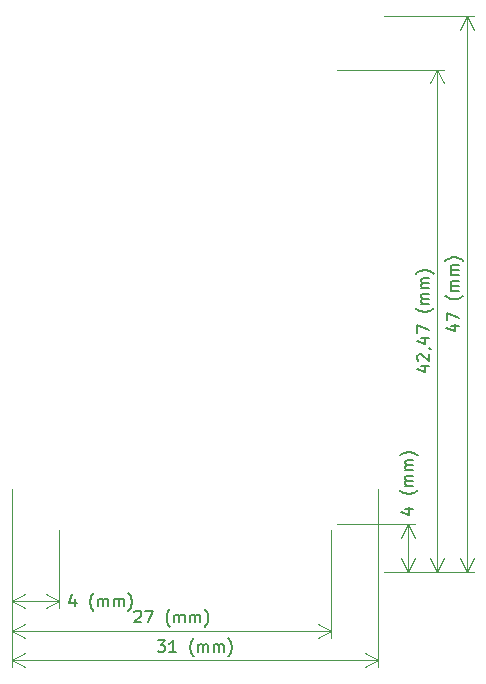
<source format=gbr>
%TF.GenerationSoftware,KiCad,Pcbnew,9.0.1-9.0.1-0~ubuntu24.04.1*%
%TF.CreationDate,2025-05-07T20:50:56+02:00*%
%TF.ProjectId,OOS - optyczny odbiornik sygnalow,4f4f5320-2d20-46f7-9074-79637a6e7920,0.0.3*%
%TF.SameCoordinates,Original*%
%TF.FileFunction,Other,User*%
%FSLAX46Y46*%
G04 Gerber Fmt 4.6, Leading zero omitted, Abs format (unit mm)*
G04 Created by KiCad (PCBNEW 9.0.1-9.0.1-0~ubuntu24.04.1) date 2025-05-07 20:50:56*
%MOMM*%
%LPD*%
G01*
G04 APERTURE LIST*
%ADD10C,0.150000*%
%ADD11C,0.100000*%
G04 APERTURE END LIST*
D10*
X206208152Y-114070476D02*
X206874819Y-114070476D01*
X205827200Y-114308571D02*
X206541485Y-114546666D01*
X206541485Y-114546666D02*
X206541485Y-113927619D01*
X207255771Y-112499047D02*
X207208152Y-112546666D01*
X207208152Y-112546666D02*
X207065295Y-112641904D01*
X207065295Y-112641904D02*
X206970057Y-112689523D01*
X206970057Y-112689523D02*
X206827200Y-112737142D01*
X206827200Y-112737142D02*
X206589104Y-112784761D01*
X206589104Y-112784761D02*
X206398628Y-112784761D01*
X206398628Y-112784761D02*
X206160533Y-112737142D01*
X206160533Y-112737142D02*
X206017676Y-112689523D01*
X206017676Y-112689523D02*
X205922438Y-112641904D01*
X205922438Y-112641904D02*
X205779580Y-112546666D01*
X205779580Y-112546666D02*
X205731961Y-112499047D01*
X206874819Y-112118094D02*
X206208152Y-112118094D01*
X206303390Y-112118094D02*
X206255771Y-112070475D01*
X206255771Y-112070475D02*
X206208152Y-111975237D01*
X206208152Y-111975237D02*
X206208152Y-111832380D01*
X206208152Y-111832380D02*
X206255771Y-111737142D01*
X206255771Y-111737142D02*
X206351009Y-111689523D01*
X206351009Y-111689523D02*
X206874819Y-111689523D01*
X206351009Y-111689523D02*
X206255771Y-111641904D01*
X206255771Y-111641904D02*
X206208152Y-111546666D01*
X206208152Y-111546666D02*
X206208152Y-111403809D01*
X206208152Y-111403809D02*
X206255771Y-111308570D01*
X206255771Y-111308570D02*
X206351009Y-111260951D01*
X206351009Y-111260951D02*
X206874819Y-111260951D01*
X206874819Y-110784761D02*
X206208152Y-110784761D01*
X206303390Y-110784761D02*
X206255771Y-110737142D01*
X206255771Y-110737142D02*
X206208152Y-110641904D01*
X206208152Y-110641904D02*
X206208152Y-110499047D01*
X206208152Y-110499047D02*
X206255771Y-110403809D01*
X206255771Y-110403809D02*
X206351009Y-110356190D01*
X206351009Y-110356190D02*
X206874819Y-110356190D01*
X206351009Y-110356190D02*
X206255771Y-110308571D01*
X206255771Y-110308571D02*
X206208152Y-110213333D01*
X206208152Y-110213333D02*
X206208152Y-110070476D01*
X206208152Y-110070476D02*
X206255771Y-109975237D01*
X206255771Y-109975237D02*
X206351009Y-109927618D01*
X206351009Y-109927618D02*
X206874819Y-109927618D01*
X207255771Y-109546666D02*
X207208152Y-109499047D01*
X207208152Y-109499047D02*
X207065295Y-109403809D01*
X207065295Y-109403809D02*
X206970057Y-109356190D01*
X206970057Y-109356190D02*
X206827200Y-109308571D01*
X206827200Y-109308571D02*
X206589104Y-109260952D01*
X206589104Y-109260952D02*
X206398628Y-109260952D01*
X206398628Y-109260952D02*
X206160533Y-109308571D01*
X206160533Y-109308571D02*
X206017676Y-109356190D01*
X206017676Y-109356190D02*
X205922438Y-109403809D01*
X205922438Y-109403809D02*
X205779580Y-109499047D01*
X205779580Y-109499047D02*
X205731961Y-109546666D01*
D11*
X204420000Y-119380000D02*
X207006420Y-119380000D01*
X207006420Y-115380000D02*
X200420000Y-115380000D01*
X206420000Y-119380000D02*
X206420000Y-115380000D01*
X206420000Y-119380000D02*
X205833579Y-118253496D01*
X206420000Y-119380000D02*
X207006421Y-118253496D01*
X206420000Y-115380000D02*
X207006421Y-116506504D01*
X206420000Y-115380000D02*
X205833579Y-116506504D01*
D10*
X207558152Y-102002142D02*
X208224819Y-102002142D01*
X207177200Y-102240237D02*
X207891485Y-102478332D01*
X207891485Y-102478332D02*
X207891485Y-101859285D01*
X207320057Y-101525951D02*
X207272438Y-101478332D01*
X207272438Y-101478332D02*
X207224819Y-101383094D01*
X207224819Y-101383094D02*
X207224819Y-101144999D01*
X207224819Y-101144999D02*
X207272438Y-101049761D01*
X207272438Y-101049761D02*
X207320057Y-101002142D01*
X207320057Y-101002142D02*
X207415295Y-100954523D01*
X207415295Y-100954523D02*
X207510533Y-100954523D01*
X207510533Y-100954523D02*
X207653390Y-101002142D01*
X207653390Y-101002142D02*
X208224819Y-101573570D01*
X208224819Y-101573570D02*
X208224819Y-100954523D01*
X208177200Y-100478332D02*
X208224819Y-100478332D01*
X208224819Y-100478332D02*
X208320057Y-100525951D01*
X208320057Y-100525951D02*
X208367676Y-100573570D01*
X207558152Y-99621190D02*
X208224819Y-99621190D01*
X207177200Y-99859285D02*
X207891485Y-100097380D01*
X207891485Y-100097380D02*
X207891485Y-99478333D01*
X207224819Y-99192618D02*
X207224819Y-98525952D01*
X207224819Y-98525952D02*
X208224819Y-98954523D01*
X208605771Y-97097380D02*
X208558152Y-97144999D01*
X208558152Y-97144999D02*
X208415295Y-97240237D01*
X208415295Y-97240237D02*
X208320057Y-97287856D01*
X208320057Y-97287856D02*
X208177200Y-97335475D01*
X208177200Y-97335475D02*
X207939104Y-97383094D01*
X207939104Y-97383094D02*
X207748628Y-97383094D01*
X207748628Y-97383094D02*
X207510533Y-97335475D01*
X207510533Y-97335475D02*
X207367676Y-97287856D01*
X207367676Y-97287856D02*
X207272438Y-97240237D01*
X207272438Y-97240237D02*
X207129580Y-97144999D01*
X207129580Y-97144999D02*
X207081961Y-97097380D01*
X208224819Y-96716427D02*
X207558152Y-96716427D01*
X207653390Y-96716427D02*
X207605771Y-96668808D01*
X207605771Y-96668808D02*
X207558152Y-96573570D01*
X207558152Y-96573570D02*
X207558152Y-96430713D01*
X207558152Y-96430713D02*
X207605771Y-96335475D01*
X207605771Y-96335475D02*
X207701009Y-96287856D01*
X207701009Y-96287856D02*
X208224819Y-96287856D01*
X207701009Y-96287856D02*
X207605771Y-96240237D01*
X207605771Y-96240237D02*
X207558152Y-96144999D01*
X207558152Y-96144999D02*
X207558152Y-96002142D01*
X207558152Y-96002142D02*
X207605771Y-95906903D01*
X207605771Y-95906903D02*
X207701009Y-95859284D01*
X207701009Y-95859284D02*
X208224819Y-95859284D01*
X208224819Y-95383094D02*
X207558152Y-95383094D01*
X207653390Y-95383094D02*
X207605771Y-95335475D01*
X207605771Y-95335475D02*
X207558152Y-95240237D01*
X207558152Y-95240237D02*
X207558152Y-95097380D01*
X207558152Y-95097380D02*
X207605771Y-95002142D01*
X207605771Y-95002142D02*
X207701009Y-94954523D01*
X207701009Y-94954523D02*
X208224819Y-94954523D01*
X207701009Y-94954523D02*
X207605771Y-94906904D01*
X207605771Y-94906904D02*
X207558152Y-94811666D01*
X207558152Y-94811666D02*
X207558152Y-94668809D01*
X207558152Y-94668809D02*
X207605771Y-94573570D01*
X207605771Y-94573570D02*
X207701009Y-94525951D01*
X207701009Y-94525951D02*
X208224819Y-94525951D01*
X208605771Y-94144999D02*
X208558152Y-94097380D01*
X208558152Y-94097380D02*
X208415295Y-94002142D01*
X208415295Y-94002142D02*
X208320057Y-93954523D01*
X208320057Y-93954523D02*
X208177200Y-93906904D01*
X208177200Y-93906904D02*
X207939104Y-93859285D01*
X207939104Y-93859285D02*
X207748628Y-93859285D01*
X207748628Y-93859285D02*
X207510533Y-93906904D01*
X207510533Y-93906904D02*
X207367676Y-93954523D01*
X207367676Y-93954523D02*
X207272438Y-94002142D01*
X207272438Y-94002142D02*
X207129580Y-94097380D01*
X207129580Y-94097380D02*
X207081961Y-94144999D01*
D11*
X204420000Y-119380000D02*
X209506420Y-119380000D01*
X209506420Y-76910000D02*
X200420000Y-76910000D01*
X208920000Y-119380000D02*
X208920000Y-76910000D01*
X208920000Y-119380000D02*
X208333579Y-118253496D01*
X208920000Y-119380000D02*
X209506421Y-118253496D01*
X208920000Y-76910000D02*
X209506421Y-78036504D01*
X208920000Y-76910000D02*
X208333579Y-78036504D01*
D10*
X183277143Y-122780057D02*
X183324762Y-122732438D01*
X183324762Y-122732438D02*
X183420000Y-122684819D01*
X183420000Y-122684819D02*
X183658095Y-122684819D01*
X183658095Y-122684819D02*
X183753333Y-122732438D01*
X183753333Y-122732438D02*
X183800952Y-122780057D01*
X183800952Y-122780057D02*
X183848571Y-122875295D01*
X183848571Y-122875295D02*
X183848571Y-122970533D01*
X183848571Y-122970533D02*
X183800952Y-123113390D01*
X183800952Y-123113390D02*
X183229524Y-123684819D01*
X183229524Y-123684819D02*
X183848571Y-123684819D01*
X184181905Y-122684819D02*
X184848571Y-122684819D01*
X184848571Y-122684819D02*
X184420000Y-123684819D01*
X186277143Y-124065771D02*
X186229524Y-124018152D01*
X186229524Y-124018152D02*
X186134286Y-123875295D01*
X186134286Y-123875295D02*
X186086667Y-123780057D01*
X186086667Y-123780057D02*
X186039048Y-123637200D01*
X186039048Y-123637200D02*
X185991429Y-123399104D01*
X185991429Y-123399104D02*
X185991429Y-123208628D01*
X185991429Y-123208628D02*
X186039048Y-122970533D01*
X186039048Y-122970533D02*
X186086667Y-122827676D01*
X186086667Y-122827676D02*
X186134286Y-122732438D01*
X186134286Y-122732438D02*
X186229524Y-122589580D01*
X186229524Y-122589580D02*
X186277143Y-122541961D01*
X186658096Y-123684819D02*
X186658096Y-123018152D01*
X186658096Y-123113390D02*
X186705715Y-123065771D01*
X186705715Y-123065771D02*
X186800953Y-123018152D01*
X186800953Y-123018152D02*
X186943810Y-123018152D01*
X186943810Y-123018152D02*
X187039048Y-123065771D01*
X187039048Y-123065771D02*
X187086667Y-123161009D01*
X187086667Y-123161009D02*
X187086667Y-123684819D01*
X187086667Y-123161009D02*
X187134286Y-123065771D01*
X187134286Y-123065771D02*
X187229524Y-123018152D01*
X187229524Y-123018152D02*
X187372381Y-123018152D01*
X187372381Y-123018152D02*
X187467620Y-123065771D01*
X187467620Y-123065771D02*
X187515239Y-123161009D01*
X187515239Y-123161009D02*
X187515239Y-123684819D01*
X187991429Y-123684819D02*
X187991429Y-123018152D01*
X187991429Y-123113390D02*
X188039048Y-123065771D01*
X188039048Y-123065771D02*
X188134286Y-123018152D01*
X188134286Y-123018152D02*
X188277143Y-123018152D01*
X188277143Y-123018152D02*
X188372381Y-123065771D01*
X188372381Y-123065771D02*
X188420000Y-123161009D01*
X188420000Y-123161009D02*
X188420000Y-123684819D01*
X188420000Y-123161009D02*
X188467619Y-123065771D01*
X188467619Y-123065771D02*
X188562857Y-123018152D01*
X188562857Y-123018152D02*
X188705714Y-123018152D01*
X188705714Y-123018152D02*
X188800953Y-123065771D01*
X188800953Y-123065771D02*
X188848572Y-123161009D01*
X188848572Y-123161009D02*
X188848572Y-123684819D01*
X189229524Y-124065771D02*
X189277143Y-124018152D01*
X189277143Y-124018152D02*
X189372381Y-123875295D01*
X189372381Y-123875295D02*
X189420000Y-123780057D01*
X189420000Y-123780057D02*
X189467619Y-123637200D01*
X189467619Y-123637200D02*
X189515238Y-123399104D01*
X189515238Y-123399104D02*
X189515238Y-123208628D01*
X189515238Y-123208628D02*
X189467619Y-122970533D01*
X189467619Y-122970533D02*
X189420000Y-122827676D01*
X189420000Y-122827676D02*
X189372381Y-122732438D01*
X189372381Y-122732438D02*
X189277143Y-122589580D01*
X189277143Y-122589580D02*
X189229524Y-122541961D01*
D11*
X172920000Y-119880000D02*
X172920000Y-124966420D01*
X199920000Y-124966420D02*
X199920000Y-115880000D01*
X172920000Y-124380000D02*
X199920000Y-124380000D01*
X172920000Y-124380000D02*
X174046504Y-123793579D01*
X172920000Y-124380000D02*
X174046504Y-124966421D01*
X199920000Y-124380000D02*
X198793496Y-124966421D01*
X199920000Y-124380000D02*
X198793496Y-123793579D01*
D10*
X178229523Y-121668152D02*
X178229523Y-122334819D01*
X177991428Y-121287200D02*
X177753333Y-122001485D01*
X177753333Y-122001485D02*
X178372380Y-122001485D01*
X179800952Y-122715771D02*
X179753333Y-122668152D01*
X179753333Y-122668152D02*
X179658095Y-122525295D01*
X179658095Y-122525295D02*
X179610476Y-122430057D01*
X179610476Y-122430057D02*
X179562857Y-122287200D01*
X179562857Y-122287200D02*
X179515238Y-122049104D01*
X179515238Y-122049104D02*
X179515238Y-121858628D01*
X179515238Y-121858628D02*
X179562857Y-121620533D01*
X179562857Y-121620533D02*
X179610476Y-121477676D01*
X179610476Y-121477676D02*
X179658095Y-121382438D01*
X179658095Y-121382438D02*
X179753333Y-121239580D01*
X179753333Y-121239580D02*
X179800952Y-121191961D01*
X180181905Y-122334819D02*
X180181905Y-121668152D01*
X180181905Y-121763390D02*
X180229524Y-121715771D01*
X180229524Y-121715771D02*
X180324762Y-121668152D01*
X180324762Y-121668152D02*
X180467619Y-121668152D01*
X180467619Y-121668152D02*
X180562857Y-121715771D01*
X180562857Y-121715771D02*
X180610476Y-121811009D01*
X180610476Y-121811009D02*
X180610476Y-122334819D01*
X180610476Y-121811009D02*
X180658095Y-121715771D01*
X180658095Y-121715771D02*
X180753333Y-121668152D01*
X180753333Y-121668152D02*
X180896190Y-121668152D01*
X180896190Y-121668152D02*
X180991429Y-121715771D01*
X180991429Y-121715771D02*
X181039048Y-121811009D01*
X181039048Y-121811009D02*
X181039048Y-122334819D01*
X181515238Y-122334819D02*
X181515238Y-121668152D01*
X181515238Y-121763390D02*
X181562857Y-121715771D01*
X181562857Y-121715771D02*
X181658095Y-121668152D01*
X181658095Y-121668152D02*
X181800952Y-121668152D01*
X181800952Y-121668152D02*
X181896190Y-121715771D01*
X181896190Y-121715771D02*
X181943809Y-121811009D01*
X181943809Y-121811009D02*
X181943809Y-122334819D01*
X181943809Y-121811009D02*
X181991428Y-121715771D01*
X181991428Y-121715771D02*
X182086666Y-121668152D01*
X182086666Y-121668152D02*
X182229523Y-121668152D01*
X182229523Y-121668152D02*
X182324762Y-121715771D01*
X182324762Y-121715771D02*
X182372381Y-121811009D01*
X182372381Y-121811009D02*
X182372381Y-122334819D01*
X182753333Y-122715771D02*
X182800952Y-122668152D01*
X182800952Y-122668152D02*
X182896190Y-122525295D01*
X182896190Y-122525295D02*
X182943809Y-122430057D01*
X182943809Y-122430057D02*
X182991428Y-122287200D01*
X182991428Y-122287200D02*
X183039047Y-122049104D01*
X183039047Y-122049104D02*
X183039047Y-121858628D01*
X183039047Y-121858628D02*
X182991428Y-121620533D01*
X182991428Y-121620533D02*
X182943809Y-121477676D01*
X182943809Y-121477676D02*
X182896190Y-121382438D01*
X182896190Y-121382438D02*
X182800952Y-121239580D01*
X182800952Y-121239580D02*
X182753333Y-121191961D01*
D11*
X172920000Y-119880000D02*
X172920000Y-122466420D01*
X176920000Y-122466420D02*
X176920000Y-115880000D01*
X172920000Y-121880000D02*
X176920000Y-121880000D01*
X172920000Y-121880000D02*
X174046504Y-121293579D01*
X172920000Y-121880000D02*
X174046504Y-122466421D01*
X176920000Y-121880000D02*
X175793496Y-122466421D01*
X176920000Y-121880000D02*
X175793496Y-121293579D01*
D10*
X210058152Y-98546666D02*
X210724819Y-98546666D01*
X209677200Y-98784761D02*
X210391485Y-99022856D01*
X210391485Y-99022856D02*
X210391485Y-98403809D01*
X209724819Y-98118094D02*
X209724819Y-97451428D01*
X209724819Y-97451428D02*
X210724819Y-97879999D01*
X211105771Y-96022856D02*
X211058152Y-96070475D01*
X211058152Y-96070475D02*
X210915295Y-96165713D01*
X210915295Y-96165713D02*
X210820057Y-96213332D01*
X210820057Y-96213332D02*
X210677200Y-96260951D01*
X210677200Y-96260951D02*
X210439104Y-96308570D01*
X210439104Y-96308570D02*
X210248628Y-96308570D01*
X210248628Y-96308570D02*
X210010533Y-96260951D01*
X210010533Y-96260951D02*
X209867676Y-96213332D01*
X209867676Y-96213332D02*
X209772438Y-96165713D01*
X209772438Y-96165713D02*
X209629580Y-96070475D01*
X209629580Y-96070475D02*
X209581961Y-96022856D01*
X210724819Y-95641903D02*
X210058152Y-95641903D01*
X210153390Y-95641903D02*
X210105771Y-95594284D01*
X210105771Y-95594284D02*
X210058152Y-95499046D01*
X210058152Y-95499046D02*
X210058152Y-95356189D01*
X210058152Y-95356189D02*
X210105771Y-95260951D01*
X210105771Y-95260951D02*
X210201009Y-95213332D01*
X210201009Y-95213332D02*
X210724819Y-95213332D01*
X210201009Y-95213332D02*
X210105771Y-95165713D01*
X210105771Y-95165713D02*
X210058152Y-95070475D01*
X210058152Y-95070475D02*
X210058152Y-94927618D01*
X210058152Y-94927618D02*
X210105771Y-94832379D01*
X210105771Y-94832379D02*
X210201009Y-94784760D01*
X210201009Y-94784760D02*
X210724819Y-94784760D01*
X210724819Y-94308570D02*
X210058152Y-94308570D01*
X210153390Y-94308570D02*
X210105771Y-94260951D01*
X210105771Y-94260951D02*
X210058152Y-94165713D01*
X210058152Y-94165713D02*
X210058152Y-94022856D01*
X210058152Y-94022856D02*
X210105771Y-93927618D01*
X210105771Y-93927618D02*
X210201009Y-93879999D01*
X210201009Y-93879999D02*
X210724819Y-93879999D01*
X210201009Y-93879999D02*
X210105771Y-93832380D01*
X210105771Y-93832380D02*
X210058152Y-93737142D01*
X210058152Y-93737142D02*
X210058152Y-93594285D01*
X210058152Y-93594285D02*
X210105771Y-93499046D01*
X210105771Y-93499046D02*
X210201009Y-93451427D01*
X210201009Y-93451427D02*
X210724819Y-93451427D01*
X211105771Y-93070475D02*
X211058152Y-93022856D01*
X211058152Y-93022856D02*
X210915295Y-92927618D01*
X210915295Y-92927618D02*
X210820057Y-92879999D01*
X210820057Y-92879999D02*
X210677200Y-92832380D01*
X210677200Y-92832380D02*
X210439104Y-92784761D01*
X210439104Y-92784761D02*
X210248628Y-92784761D01*
X210248628Y-92784761D02*
X210010533Y-92832380D01*
X210010533Y-92832380D02*
X209867676Y-92879999D01*
X209867676Y-92879999D02*
X209772438Y-92927618D01*
X209772438Y-92927618D02*
X209629580Y-93022856D01*
X209629580Y-93022856D02*
X209581961Y-93070475D01*
D11*
X204420000Y-119380000D02*
X212006420Y-119380000D01*
X212006420Y-72380000D02*
X204420000Y-72380000D01*
X211420000Y-119380000D02*
X211420000Y-72380000D01*
X211420000Y-119380000D02*
X210833579Y-118253496D01*
X211420000Y-119380000D02*
X212006421Y-118253496D01*
X211420000Y-72380000D02*
X212006421Y-73506504D01*
X211420000Y-72380000D02*
X210833579Y-73506504D01*
D10*
X185229524Y-125184819D02*
X185848571Y-125184819D01*
X185848571Y-125184819D02*
X185515238Y-125565771D01*
X185515238Y-125565771D02*
X185658095Y-125565771D01*
X185658095Y-125565771D02*
X185753333Y-125613390D01*
X185753333Y-125613390D02*
X185800952Y-125661009D01*
X185800952Y-125661009D02*
X185848571Y-125756247D01*
X185848571Y-125756247D02*
X185848571Y-125994342D01*
X185848571Y-125994342D02*
X185800952Y-126089580D01*
X185800952Y-126089580D02*
X185753333Y-126137200D01*
X185753333Y-126137200D02*
X185658095Y-126184819D01*
X185658095Y-126184819D02*
X185372381Y-126184819D01*
X185372381Y-126184819D02*
X185277143Y-126137200D01*
X185277143Y-126137200D02*
X185229524Y-126089580D01*
X186800952Y-126184819D02*
X186229524Y-126184819D01*
X186515238Y-126184819D02*
X186515238Y-125184819D01*
X186515238Y-125184819D02*
X186420000Y-125327676D01*
X186420000Y-125327676D02*
X186324762Y-125422914D01*
X186324762Y-125422914D02*
X186229524Y-125470533D01*
X188277143Y-126565771D02*
X188229524Y-126518152D01*
X188229524Y-126518152D02*
X188134286Y-126375295D01*
X188134286Y-126375295D02*
X188086667Y-126280057D01*
X188086667Y-126280057D02*
X188039048Y-126137200D01*
X188039048Y-126137200D02*
X187991429Y-125899104D01*
X187991429Y-125899104D02*
X187991429Y-125708628D01*
X187991429Y-125708628D02*
X188039048Y-125470533D01*
X188039048Y-125470533D02*
X188086667Y-125327676D01*
X188086667Y-125327676D02*
X188134286Y-125232438D01*
X188134286Y-125232438D02*
X188229524Y-125089580D01*
X188229524Y-125089580D02*
X188277143Y-125041961D01*
X188658096Y-126184819D02*
X188658096Y-125518152D01*
X188658096Y-125613390D02*
X188705715Y-125565771D01*
X188705715Y-125565771D02*
X188800953Y-125518152D01*
X188800953Y-125518152D02*
X188943810Y-125518152D01*
X188943810Y-125518152D02*
X189039048Y-125565771D01*
X189039048Y-125565771D02*
X189086667Y-125661009D01*
X189086667Y-125661009D02*
X189086667Y-126184819D01*
X189086667Y-125661009D02*
X189134286Y-125565771D01*
X189134286Y-125565771D02*
X189229524Y-125518152D01*
X189229524Y-125518152D02*
X189372381Y-125518152D01*
X189372381Y-125518152D02*
X189467620Y-125565771D01*
X189467620Y-125565771D02*
X189515239Y-125661009D01*
X189515239Y-125661009D02*
X189515239Y-126184819D01*
X189991429Y-126184819D02*
X189991429Y-125518152D01*
X189991429Y-125613390D02*
X190039048Y-125565771D01*
X190039048Y-125565771D02*
X190134286Y-125518152D01*
X190134286Y-125518152D02*
X190277143Y-125518152D01*
X190277143Y-125518152D02*
X190372381Y-125565771D01*
X190372381Y-125565771D02*
X190420000Y-125661009D01*
X190420000Y-125661009D02*
X190420000Y-126184819D01*
X190420000Y-125661009D02*
X190467619Y-125565771D01*
X190467619Y-125565771D02*
X190562857Y-125518152D01*
X190562857Y-125518152D02*
X190705714Y-125518152D01*
X190705714Y-125518152D02*
X190800953Y-125565771D01*
X190800953Y-125565771D02*
X190848572Y-125661009D01*
X190848572Y-125661009D02*
X190848572Y-126184819D01*
X191229524Y-126565771D02*
X191277143Y-126518152D01*
X191277143Y-126518152D02*
X191372381Y-126375295D01*
X191372381Y-126375295D02*
X191420000Y-126280057D01*
X191420000Y-126280057D02*
X191467619Y-126137200D01*
X191467619Y-126137200D02*
X191515238Y-125899104D01*
X191515238Y-125899104D02*
X191515238Y-125708628D01*
X191515238Y-125708628D02*
X191467619Y-125470533D01*
X191467619Y-125470533D02*
X191420000Y-125327676D01*
X191420000Y-125327676D02*
X191372381Y-125232438D01*
X191372381Y-125232438D02*
X191277143Y-125089580D01*
X191277143Y-125089580D02*
X191229524Y-125041961D01*
D11*
X172920000Y-112380000D02*
X172920000Y-127466420D01*
X203920000Y-127466420D02*
X203920000Y-112380000D01*
X172920000Y-126880000D02*
X203920000Y-126880000D01*
X172920000Y-126880000D02*
X174046504Y-126293579D01*
X172920000Y-126880000D02*
X174046504Y-127466421D01*
X203920000Y-126880000D02*
X202793496Y-127466421D01*
X203920000Y-126880000D02*
X202793496Y-126293579D01*
M02*

</source>
